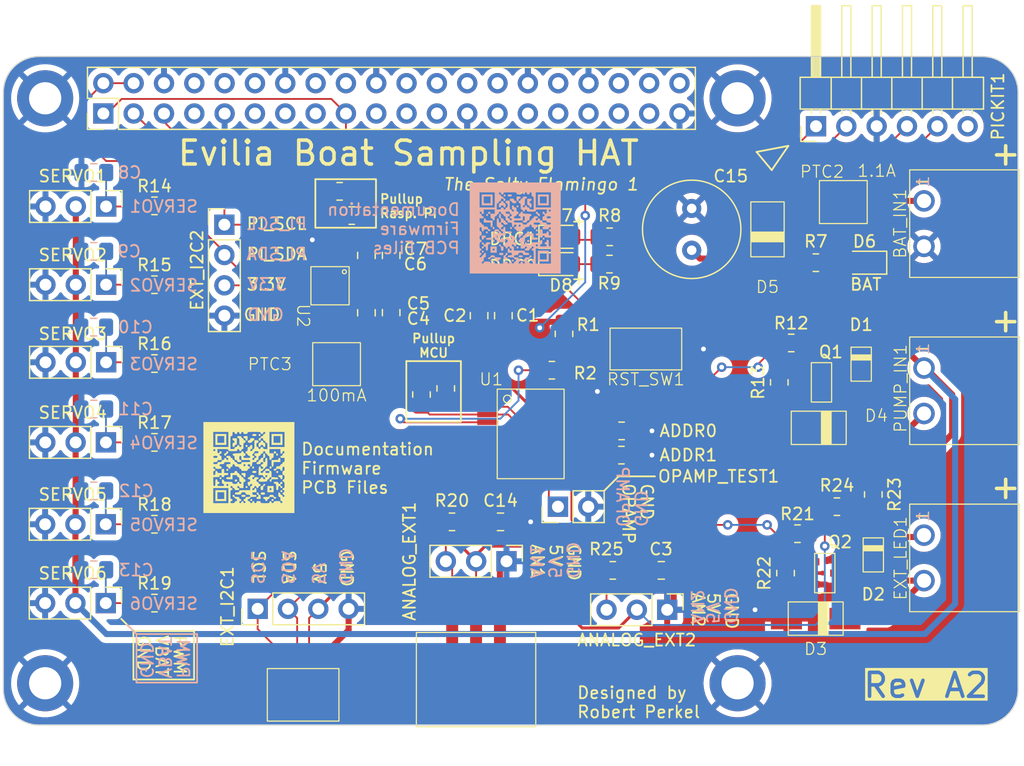
<source format=kicad_pcb>
(kicad_pcb (version 20221018) (generator pcbnew)

  (general
    (thickness 1.6)
  )

  (paper "A4")
  (title_block
    (title "Servo Control PCB")
    (date "2023-07-20")
    (rev "A2")
    (company "Designed by: Robert Perkel")
    (comment 1 "https://github.com/robperkel/evilia-boat-servo")
  )

  (layers
    (0 "F.Cu" signal)
    (31 "B.Cu" signal)
    (32 "B.Adhes" user "B.Adhesive")
    (33 "F.Adhes" user "F.Adhesive")
    (34 "B.Paste" user)
    (35 "F.Paste" user)
    (36 "B.SilkS" user "B.Silkscreen")
    (37 "F.SilkS" user "F.Silkscreen")
    (38 "B.Mask" user)
    (39 "F.Mask" user)
    (40 "Dwgs.User" user "User.Drawings")
    (41 "Cmts.User" user "User.Comments")
    (42 "Eco1.User" user "User.Eco1")
    (43 "Eco2.User" user "User.Eco2")
    (44 "Edge.Cuts" user)
    (45 "Margin" user)
    (46 "B.CrtYd" user "B.Courtyard")
    (47 "F.CrtYd" user "F.Courtyard")
    (48 "B.Fab" user)
    (49 "F.Fab" user)
    (50 "User.1" user)
    (51 "User.2" user)
    (52 "User.3" user)
    (53 "User.4" user)
    (54 "User.5" user)
    (55 "User.6" user)
    (56 "User.7" user)
    (57 "User.8" user)
    (58 "User.9" user)
  )

  (setup
    (stackup
      (layer "F.SilkS" (type "Top Silk Screen"))
      (layer "F.Paste" (type "Top Solder Paste"))
      (layer "F.Mask" (type "Top Solder Mask") (thickness 0.01))
      (layer "F.Cu" (type "copper") (thickness 0.035))
      (layer "dielectric 1" (type "core") (thickness 1.51) (material "FR4") (epsilon_r 4.5) (loss_tangent 0.02))
      (layer "B.Cu" (type "copper") (thickness 0.035))
      (layer "B.Mask" (type "Bottom Solder Mask") (thickness 0.01))
      (layer "B.Paste" (type "Bottom Solder Paste"))
      (layer "B.SilkS" (type "Bottom Silk Screen"))
      (copper_finish "None")
      (dielectric_constraints no)
    )
    (pad_to_mask_clearance 0)
    (aux_axis_origin 30 55)
    (grid_origin 59.69 0)
    (pcbplotparams
      (layerselection 0x00010fc_ffffffff)
      (plot_on_all_layers_selection 0x0000000_00000000)
      (disableapertmacros false)
      (usegerberextensions false)
      (usegerberattributes true)
      (usegerberadvancedattributes true)
      (creategerberjobfile true)
      (dashed_line_dash_ratio 12.000000)
      (dashed_line_gap_ratio 3.000000)
      (svgprecision 4)
      (plotframeref false)
      (viasonmask false)
      (mode 1)
      (useauxorigin false)
      (hpglpennumber 1)
      (hpglpenspeed 20)
      (hpglpendiameter 15.000000)
      (dxfpolygonmode true)
      (dxfimperialunits true)
      (dxfusepcbnewfont true)
      (psnegative false)
      (psa4output false)
      (plotreference true)
      (plotvalue true)
      (plotinvisibletext false)
      (sketchpadsonfab false)
      (subtractmaskfromsilk false)
      (outputformat 1)
      (mirror false)
      (drillshape 1)
      (scaleselection 1)
      (outputdirectory "")
    )
  )

  (net 0 "")
  (net 1 "Net-(J1-5V-Pad2)")
  (net 2 "GND")
  (net 3 "unconnected-(J1-GCLK0{slash}GPIO4-Pad7)")
  (net 4 "unconnected-(J1-GPIO14{slash}TXD-Pad8)")
  (net 5 "unconnected-(J1-GPIO15{slash}RXD-Pad10)")
  (net 6 "unconnected-(J1-GPIO17-Pad11)")
  (net 7 "unconnected-(J1-GPIO18{slash}PWM0-Pad12)")
  (net 8 "unconnected-(J1-GPIO27-Pad13)")
  (net 9 "unconnected-(J1-GPIO22-Pad15)")
  (net 10 "unconnected-(J1-GPIO23-Pad16)")
  (net 11 "unconnected-(J1-GPIO24-Pad18)")
  (net 12 "unconnected-(J1-MOSI0{slash}GPIO10-Pad19)")
  (net 13 "unconnected-(J1-MISO0{slash}GPIO9-Pad21)")
  (net 14 "unconnected-(J1-GPIO25-Pad22)")
  (net 15 "unconnected-(J1-SCLK0{slash}GPIO11-Pad23)")
  (net 16 "unconnected-(J1-~{CE0}{slash}GPIO8-Pad24)")
  (net 17 "unconnected-(J1-~{CE1}{slash}GPIO7-Pad26)")
  (net 18 "unconnected-(J1-ID_SD{slash}GPIO0-Pad27)")
  (net 19 "unconnected-(J1-ID_SC{slash}GPIO1-Pad28)")
  (net 20 "unconnected-(J1-GCLK1{slash}GPIO5-Pad29)")
  (net 21 "unconnected-(J1-GCLK2{slash}GPIO6-Pad31)")
  (net 22 "unconnected-(J1-PWM0{slash}GPIO12-Pad32)")
  (net 23 "unconnected-(J1-PWM1{slash}GPIO13-Pad33)")
  (net 24 "unconnected-(J1-GPIO19{slash}MISO1-Pad35)")
  (net 25 "unconnected-(J1-GPIO16-Pad36)")
  (net 26 "unconnected-(J1-GPIO26-Pad37)")
  (net 27 "unconnected-(J1-GPIO20{slash}MOSI1-Pad38)")
  (net 28 "unconnected-(J1-GPIO21{slash}SCLK1-Pad40)")
  (net 29 "Net-(SERVO1-Pin_1)")
  (net 30 "VBAT")
  (net 31 "Net-(SERVO2-Pin_1)")
  (net 32 "Net-(SERVO3-Pin_1)")
  (net 33 "Net-(SERVO4-Pin_1)")
  (net 34 "Net-(SERVO5-Pin_1)")
  (net 35 "Net-(SERVO6-Pin_1)")
  (net 36 "+5V")
  (net 37 "AN2")
  (net 38 "SCL")
  (net 39 "SDA")
  (net 40 "AN1")
  (net 41 "~{MCLR}")
  (net 42 "ICSPDAT")
  (net 43 "ICSPCLK")
  (net 44 "unconnected-(PICKIT1-Pin_6-Pad6)")
  (net 45 "Net-(U1-~{MCLR}{slash}VPP{slash}RA3)")
  (net 46 "/ADDR1")
  (net 47 "/ADDR0")
  (net 48 "Net-(D6-A)")
  (net 49 "Net-(D7-A)")
  (net 50 "Net-(D8-A)")
  (net 51 "+3.3V")
  (net 52 "PUMP_EN")
  (net 53 "Net-(Q1-G)")
  (net 54 "SERVO1")
  (net 55 "SERVO2")
  (net 56 "SERVO3")
  (net 57 "SERVO4")
  (net 58 "SERVO5")
  (net 59 "SERVO6")
  (net 60 "Net-(U1-RA2)")
  (net 61 "EXT_LED")
  (net 62 "Net-(Q2-G)")
  (net 63 "Net-(U1-RB5)")
  (net 64 "OPAMP_OUT")
  (net 65 "Net-(Q1-D)")
  (net 66 "Net-(Q2-D)")
  (net 67 "Net-(D5-PadA)")
  (net 68 "Net-(BAT_IN1-Pad1)")
  (net 69 "Net-(D2-PadK)")
  (net 70 "PI_SCL")
  (net 71 "PI_SDA")

  (footprint "Connector_PinHeader_2.54mm:PinHeader_1x03_P2.54mm_Vertical" (layer "F.Cu") (at 38.578 100.786 -90))

  (footprint "MountingHole:MountingHole_2.7mm_M2.5_DIN965_Pad" (layer "F.Cu") (at 91.5 58.5))

  (footprint "Resistor_SMD:R_0805_2012Metric_Pad1.20x1.40mm_HandSolder" (layer "F.Cu") (at 67.58 93.98 180))

  (footprint "Resistor_SMD:R_0805_2012Metric_Pad1.20x1.40mm_HandSolder" (layer "F.Cu") (at 81.788 86.36))

  (footprint "Resistor_SMD:R_0805_2012Metric_Pad1.20x1.40mm_HandSolder" (layer "F.Cu") (at 67.056 82.804 -90))

  (footprint "Capacitor_SMD:C_0805_2012Metric_Pad1.18x1.45mm_HandSolder" (layer "F.Cu") (at 71.882 76.708 -90))

  (footprint "StandardPackages_Custom:DO-214AC" (layer "F.Cu") (at 98.298 86.106 180))

  (footprint "LED_SMD:LED_0805_2012Metric_Pad1.15x1.40mm_HandSolder" (layer "F.Cu") (at 76.708 72.39))

  (footprint "Resistor_SMD:R_0805_2012Metric_Pad1.20x1.40mm_HandSolder" (layer "F.Cu") (at 98.056 72.272))

  (footprint "Connector_PinHeader_2.54mm:PinHeader_1x06_P2.54mm_Horizontal" (layer "F.Cu") (at 98.072 60.842 90))

  (footprint "Connector_Adafruit_Custom:Adafruit STEMMA, 4-pin JST SH" (layer "F.Cu") (at 55.11 105.369))

  (footprint "LED_SMD:LED_0805_2012Metric_Pad1.15x1.40mm_HandSolder" (layer "F.Cu") (at 102.136 72.272 180))

  (footprint "Connector_PinHeader_2.54mm:PinHeader_1x04_P2.54mm_Vertical" (layer "F.Cu") (at 51.3 101.269 90))

  (footprint "Resistor_SMD:R_0805_2012Metric_Pad1.20x1.40mm_HandSolder" (layer "F.Cu") (at 42.657 100.786))

  (footprint "Resistor_SMD:R_0805_2012Metric_Pad1.20x1.40mm_HandSolder" (layer "F.Cu") (at 102.87 91.686 -90))

  (footprint "Capacitor_SMD:C_0805_2012Metric_Pad1.18x1.45mm_HandSolder" (layer "F.Cu") (at 60.411 71.663 90))

  (footprint "Control Board Custom:0ZCG Series PTC" (layer "F.Cu") (at 100.358 67.192 180))

  (footprint "StandardPackages_Custom:DO-214AC" (layer "F.Cu") (at 98.044 102.084 180))

  (footprint "Resistor_SMD:R_0805_2012Metric_Pad1.20x1.40mm_HandSolder" (layer "F.Cu") (at 96.52 94.972))

  (footprint "Resistor_SMD:R_0805_2012Metric_Pad1.20x1.40mm_HandSolder" (layer "F.Cu") (at 65.024 83.312 -90))

  (footprint "Connector_PinHeader_2.54mm:PinHeader_1x03_P2.54mm_Vertical" (layer "F.Cu") (at 38.608 74.114 -90))

  (footprint "StandardPackages_Custom:SOT23-3" (layer "F.Cu") (at 98.806 98.274 -90))

  (footprint "Resistor_SMD:R_0805_2012Metric_Pad1.20x1.40mm_HandSolder" (layer "F.Cu") (at 59.182 68.326 180))

  (footprint "Resistor_SMD:R_0805_2012Metric_Pad1.20x1.40mm_HandSolder" (layer "F.Cu") (at 75.946 81.28 180))

  (footprint "MountingHole:MountingHole_2.7mm_M2.5_DIN965_Pad" (layer "F.Cu") (at 33.5 58.5))

  (footprint "Control Board Custom:BCH-381H-2GN" (layer "F.Cu") (at 107.118 97 90))

  (footprint "Capacitor_SMD:C_0805_2012Metric_Pad1.18x1.45mm_HandSolder" (layer "F.Cu") (at 85.1115 98.044))

  (footprint "Resistor_SMD:R_0805_2012Metric_Pad1.20x1.40mm_HandSolder" (layer "F.Cu") (at 95.52 98.274 -90))

  (footprint "Connector_PinHeader_2.54mm:PinHeader_1x03_P2.54mm_Vertical" (layer "F.Cu") (at 38.593 87.324 -90))

  (footprint "Control Board Custom:0ZCG Series PTC" (layer "F.Cu") (at 57.912 80.772))

  (footprint "Capacitor_SMD:C_0805_2012Metric_Pad1.18x1.45mm_HandSolder" (layer "F.Cu") (at 62.484 71.663 90))

  (footprint "Resistor_SMD:R_0805_2012Metric_Pad1.20x1.40mm_HandSolder" (layer "F.Cu") (at 94.996 82.296 -90))

  (footprint "Resistor_SMD:R_0805_2012Metric_Pad1.20x1.40mm_HandSolder" (layer "F.Cu") (at 58.166 66.294 180))

  (footprint "Resistor_SMD:R_0805_2012Metric_Pad1.20x1.40mm_HandSolder" (layer "F.Cu") (at 95.996 78.994))

  (footprint "Resistor_SMD:R_0805_2012Metric_Pad1.20x1.40mm_HandSolder" (layer "F.Cu") (at 99.822 92.71 180))

  (footprint "Control Board Custom:BCH-381H-2GN" (layer "F.Cu") (at 107.118 83 90))

  (footprint "Capacitor_SMD:C_0805_2012Metric_Pad1.18x1.45mm_HandSolder" (layer "F.Cu") (at 60.411 76.4675 -90))

  (footprint "Capacitor_SMD:C_0805_2012Metric_Pad1.18x1.45mm_HandSolder" (layer "F.Cu") (at 62.484 76.454 -90))

  (footprint "Connector_PinHeader_2.54mm:PinHeader_2x20_P2.54mm_Vertical" (layer "F.Cu") (at 38.375 59.775 90))

  (footprint "Connector_PinHeader_2.54mm:PinHeader_1x02_P2.54mm_Vertical" (layer "F.Cu") (at 76.454 92.71 90))

  (footprint "Resistor_SMD:R_0805_2012Metric_Pad1.20x1.40mm_HandSolder" (layer "F.Cu") (at 42.657 87.324))

  (footprint "Resistor_SMD:R_0805_2012Metric_Pad1.20x1.40mm_HandSolder" (layer "F.Cu") (at 81.0475 98.044 180))

  (footprint "Connector_PinHeader_2.54mm:PinHeader_1x03_P2.54mm_Vertical" (layer "F.Cu") (at 85.6035 101.346 -90))

  (footprint "Resistor_SMD:R_0805_2012Metric_Pad1.20x1.40mm_HandSolder" (layer "F.Cu") (at 42.657 67.512))

  (footprint "Connector_PinHeader_2.54mm:PinHeader_1x03_P2.54mm_Vertical" (layer "F.Cu") (at 38.608 80.614 -90))

  (footprint "MountingHole:MountingHole_2.7mm_M2.5_DIN965_Pad" (layer "F.Cu") (at 91.5 107.5))

  (footprint "StandardPackages_Custom:SOT23-3" (layer "F.Cu") (at 98.528 82.296 -90))

  (footprint "Connector_PinHeader_2.54mm:PinHeader_1x03_P2.54mm_Vertical" (layer "F.Cu") (at 38.608 67.564 -90))

  (footprint "Resistor_SMD:R_0805_2012Metric_Pad1.20x1.40mm_HandSolder" (layer "F.Cu") (at 81.772 88.392))

  (footprint "Control Board Custom:TL6400AF160QJ" (layer "F.Cu") (at 83.82 79.502 180))

  (footprint "Resistor_SMD:R_0805_2012Metric_Pad1.20x1.40mm_HandSolder" (layer "F.Cu") (at 42.657 80.72))

  (footprint "Resistor_SMD:R_0805_2012Metric_Pad1.20x1.40mm_HandSolder" (layer "F.Cu") (at 80.772 72.39))

  (footprint "Connector_PinHeader_2.54mm:PinHeader_1x04_P2.54mm_Vertical" (layer "F.Cu")
    (tstamp a0e099f7-2765-486e-ad48-80eb52c87a12)
    (at 48.514 69.088)
    (descr "Through hole straight pin header, 1x04, 2.54mm pitch, single row")
    (tags "Through hole pin header THT 1x04 2.54mm single row")
    (property "Sheetfile" "Control Board.kicad_sch")
    (property "Sheetname" "")
    (property "dnp" "")
    (property "ki_description" "Generic connector, single row, 01x04, script generated")
    (property "ki_keywords" "connector")
    (path "/8fa81066-599d-4045-8c24-c70c66f42f59")
    (attr through_hole)
    (fp_text reference "EXT_I2C2" (at -2.286 3.81 90) (layer "F.SilkS")
        (effects (font (size 1 1) (thickness 0.15)))
      (tstamp 303728c1-28f7-4f08-b569-2e56134d0927)
    )
    (fp_text value "Conn_01x04_Pin" (at 0 9.95) (layer "F.Fab")
        (effects (font (size 1 1) (thickness 0.15)))
      (tstamp c5dea2b5-7101-42df-9320-da7021306ed5)
    )
    (fp_text user "${REFERENCE}" (at 0 3.81 90) (layer "F.Fab")
        (effects (font (size 1 1) (thickness 0.15)))
      (tstamp db504348-25e0-4363-a23c-989f688283d9)
    )
    (fp_line (start -1.33 -1.33) (end 0 -1.33)
      (stroke (width 0.12) (type solid)) (layer "F.SilkS") (tstamp 4fc549ed-b16f-498c-bff8-e961d559a787))
    (fp_line (start -1.33 0) (end -1.33 -1.33)
      (stroke (width 0.12) (type solid)) (layer "F.SilkS") (tstamp 1cd29f26-2be3-4b61-9a1b-8663d3fb4b6c))
    (fp_line (start -1.33 1.27) (end -1.33 8.95)
      (stroke (width 0.12) (type solid)) (layer "F.SilkS") (tstamp 7bed0677-9ab0-4103-a1cf-5224ece506ba))
    (fp_line (start -1.33 1.27) (end 1.33 1.27)
      (stroke (width 0.12) (type solid)) (layer "F.SilkS") (tstamp 34184502-9636-4455-b931-8544e2da504f))
    (fp_line (start -1.33 8.95) (end 1.33 8.95)
      (stroke (width 0.12) (type solid)) (layer "F.SilkS") (tstamp f427c55d-08f0-4214-9bfe-e5788cbc063f))
    (fp_line (start 1.33 1.27) (end 1.33 8.95)
      (stroke (width 0.12) (type solid)) (layer "F.SilkS") (tstamp 90cab444-7d28-4c65-a83c-9ab58c6561f7))
    (fp_line (start -1.8 -1.8) (end -1.8 9.4)
      (stroke (width 0.05) (type solid)) (layer "F.CrtYd") (tstamp c55d2eda-0c60-445b-8b2b-98824e6654bf))
    (fp_line (start -1.8 9.4) (end 1.8 9.4)
      (stroke (width 0.05) (type solid)) (layer "F.CrtYd") (tstamp 47660bd5-242d-4023-bcd3-fedd51faefb1))
    (fp_line (start 1.8 -1.8) (end -1.8 -1.8)
      (stroke (width 0.05) (type solid)) (layer "F.CrtYd") (tstamp 5e0a1211-b5fd-4228-9217-b62936f80849))
    (fp_line (start 1.8 9.4) (end 1.8 -1.8)
    
... [653427 chars truncated]
</source>
